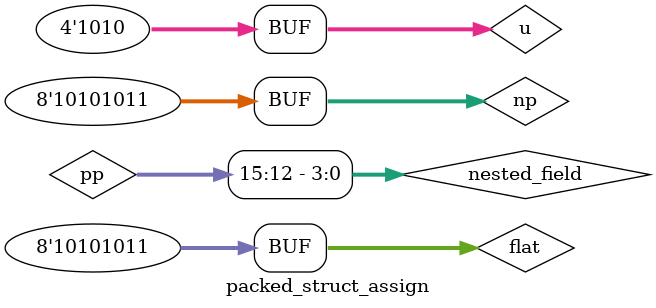
<source format=sv>

module packed_struct_assign;

  typedef struct packed {
    logic [3:0] upper;
    logic [3:0] lower;
  } nibble_pair_t;

  nibble_pair_t np;
  logic [7:0] flat;

  // Packed struct can be assigned from integral of matching width
  assign np = 8'hAB;
  assign flat = np;

  // Field access on packed struct
  logic [3:0] u;
  assign u = np.upper;

  // Nested packed struct
  typedef struct packed {
    nibble_pair_t first;
    nibble_pair_t second;
  } pair_of_pairs_t;

  pair_of_pairs_t pp;
  logic [3:0] nested_field;
  assign nested_field = pp.first.upper;

endmodule

</source>
